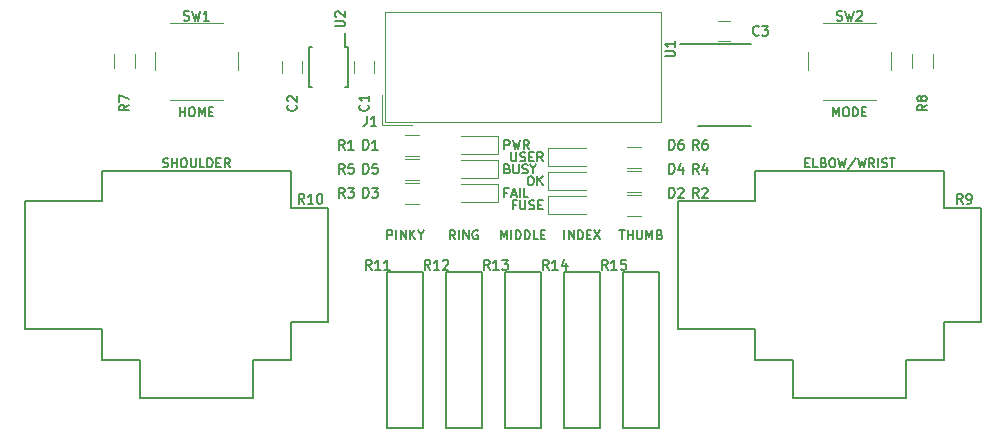
<source format=gto>
G04 #@! TF.FileFunction,Legend,Top*
%FSLAX46Y46*%
G04 Gerber Fmt 4.6, Leading zero omitted, Abs format (unit mm)*
G04 Created by KiCad (PCBNEW 4.0.7-e2-6376~61~ubuntu18.04.1) date Mon Jan  6 20:04:38 2020*
%MOMM*%
%LPD*%
G01*
G04 APERTURE LIST*
%ADD10C,0.100000*%
%ADD11C,0.190500*%
%ADD12C,0.120000*%
%ADD13C,0.150000*%
%ADD14C,0.152400*%
G04 APERTURE END LIST*
D10*
D11*
X76269143Y-9234714D02*
X76269143Y-8472714D01*
X76523143Y-9017000D01*
X76777143Y-8472714D01*
X76777143Y-9234714D01*
X77285142Y-8472714D02*
X77430285Y-8472714D01*
X77502857Y-8509000D01*
X77575428Y-8581571D01*
X77611714Y-8726714D01*
X77611714Y-8980714D01*
X77575428Y-9125857D01*
X77502857Y-9198429D01*
X77430285Y-9234714D01*
X77285142Y-9234714D01*
X77212571Y-9198429D01*
X77140000Y-9125857D01*
X77103714Y-8980714D01*
X77103714Y-8726714D01*
X77140000Y-8581571D01*
X77212571Y-8509000D01*
X77285142Y-8472714D01*
X77938286Y-9234714D02*
X77938286Y-8472714D01*
X78119714Y-8472714D01*
X78228571Y-8509000D01*
X78301143Y-8581571D01*
X78337428Y-8654143D01*
X78373714Y-8799286D01*
X78373714Y-8908143D01*
X78337428Y-9053286D01*
X78301143Y-9125857D01*
X78228571Y-9198429D01*
X78119714Y-9234714D01*
X77938286Y-9234714D01*
X78700286Y-8835571D02*
X78954286Y-8835571D01*
X79063143Y-9234714D02*
X78700286Y-9234714D01*
X78700286Y-8472714D01*
X79063143Y-8472714D01*
X20955000Y-9234714D02*
X20955000Y-8472714D01*
X20955000Y-8835571D02*
X21390428Y-8835571D01*
X21390428Y-9234714D02*
X21390428Y-8472714D01*
X21898428Y-8472714D02*
X22043571Y-8472714D01*
X22116143Y-8509000D01*
X22188714Y-8581571D01*
X22225000Y-8726714D01*
X22225000Y-8980714D01*
X22188714Y-9125857D01*
X22116143Y-9198429D01*
X22043571Y-9234714D01*
X21898428Y-9234714D01*
X21825857Y-9198429D01*
X21753286Y-9125857D01*
X21717000Y-8980714D01*
X21717000Y-8726714D01*
X21753286Y-8581571D01*
X21825857Y-8509000D01*
X21898428Y-8472714D01*
X22551572Y-9234714D02*
X22551572Y-8472714D01*
X22805572Y-9017000D01*
X23059572Y-8472714D01*
X23059572Y-9234714D01*
X23422429Y-8835571D02*
X23676429Y-8835571D01*
X23785286Y-9234714D02*
X23422429Y-9234714D01*
X23422429Y-8472714D01*
X23785286Y-8472714D01*
X19521714Y-13516429D02*
X19630571Y-13552714D01*
X19812000Y-13552714D01*
X19884571Y-13516429D01*
X19920857Y-13480143D01*
X19957142Y-13407571D01*
X19957142Y-13335000D01*
X19920857Y-13262429D01*
X19884571Y-13226143D01*
X19812000Y-13189857D01*
X19666857Y-13153571D01*
X19594285Y-13117286D01*
X19558000Y-13081000D01*
X19521714Y-13008429D01*
X19521714Y-12935857D01*
X19558000Y-12863286D01*
X19594285Y-12827000D01*
X19666857Y-12790714D01*
X19848285Y-12790714D01*
X19957142Y-12827000D01*
X20283714Y-13552714D02*
X20283714Y-12790714D01*
X20283714Y-13153571D02*
X20719142Y-13153571D01*
X20719142Y-13552714D02*
X20719142Y-12790714D01*
X21227142Y-12790714D02*
X21372285Y-12790714D01*
X21444857Y-12827000D01*
X21517428Y-12899571D01*
X21553714Y-13044714D01*
X21553714Y-13298714D01*
X21517428Y-13443857D01*
X21444857Y-13516429D01*
X21372285Y-13552714D01*
X21227142Y-13552714D01*
X21154571Y-13516429D01*
X21082000Y-13443857D01*
X21045714Y-13298714D01*
X21045714Y-13044714D01*
X21082000Y-12899571D01*
X21154571Y-12827000D01*
X21227142Y-12790714D01*
X21880286Y-12790714D02*
X21880286Y-13407571D01*
X21916571Y-13480143D01*
X21952857Y-13516429D01*
X22025428Y-13552714D01*
X22170571Y-13552714D01*
X22243143Y-13516429D01*
X22279428Y-13480143D01*
X22315714Y-13407571D01*
X22315714Y-12790714D01*
X23041429Y-13552714D02*
X22678572Y-13552714D01*
X22678572Y-12790714D01*
X23295429Y-13552714D02*
X23295429Y-12790714D01*
X23476857Y-12790714D01*
X23585714Y-12827000D01*
X23658286Y-12899571D01*
X23694571Y-12972143D01*
X23730857Y-13117286D01*
X23730857Y-13226143D01*
X23694571Y-13371286D01*
X23658286Y-13443857D01*
X23585714Y-13516429D01*
X23476857Y-13552714D01*
X23295429Y-13552714D01*
X24057429Y-13153571D02*
X24311429Y-13153571D01*
X24420286Y-13552714D02*
X24057429Y-13552714D01*
X24057429Y-12790714D01*
X24420286Y-12790714D01*
X25182286Y-13552714D02*
X24928286Y-13189857D01*
X24746858Y-13552714D02*
X24746858Y-12790714D01*
X25037143Y-12790714D01*
X25109715Y-12827000D01*
X25146000Y-12863286D01*
X25182286Y-12935857D01*
X25182286Y-13044714D01*
X25146000Y-13117286D01*
X25109715Y-13153571D01*
X25037143Y-13189857D01*
X24746858Y-13189857D01*
X73910572Y-13153571D02*
X74164572Y-13153571D01*
X74273429Y-13552714D02*
X73910572Y-13552714D01*
X73910572Y-12790714D01*
X74273429Y-12790714D01*
X74962858Y-13552714D02*
X74600001Y-13552714D01*
X74600001Y-12790714D01*
X75470858Y-13153571D02*
X75579715Y-13189857D01*
X75616000Y-13226143D01*
X75652286Y-13298714D01*
X75652286Y-13407571D01*
X75616000Y-13480143D01*
X75579715Y-13516429D01*
X75507143Y-13552714D01*
X75216858Y-13552714D01*
X75216858Y-12790714D01*
X75470858Y-12790714D01*
X75543429Y-12827000D01*
X75579715Y-12863286D01*
X75616000Y-12935857D01*
X75616000Y-13008429D01*
X75579715Y-13081000D01*
X75543429Y-13117286D01*
X75470858Y-13153571D01*
X75216858Y-13153571D01*
X76124000Y-12790714D02*
X76269143Y-12790714D01*
X76341715Y-12827000D01*
X76414286Y-12899571D01*
X76450572Y-13044714D01*
X76450572Y-13298714D01*
X76414286Y-13443857D01*
X76341715Y-13516429D01*
X76269143Y-13552714D01*
X76124000Y-13552714D01*
X76051429Y-13516429D01*
X75978858Y-13443857D01*
X75942572Y-13298714D01*
X75942572Y-13044714D01*
X75978858Y-12899571D01*
X76051429Y-12827000D01*
X76124000Y-12790714D01*
X76704572Y-12790714D02*
X76886001Y-13552714D01*
X77031144Y-13008429D01*
X77176286Y-13552714D01*
X77357715Y-12790714D01*
X78192286Y-12754429D02*
X77539143Y-13734143D01*
X78373715Y-12790714D02*
X78555144Y-13552714D01*
X78700287Y-13008429D01*
X78845429Y-13552714D01*
X79026858Y-12790714D01*
X79752572Y-13552714D02*
X79498572Y-13189857D01*
X79317144Y-13552714D02*
X79317144Y-12790714D01*
X79607429Y-12790714D01*
X79680001Y-12827000D01*
X79716286Y-12863286D01*
X79752572Y-12935857D01*
X79752572Y-13044714D01*
X79716286Y-13117286D01*
X79680001Y-13153571D01*
X79607429Y-13189857D01*
X79317144Y-13189857D01*
X80079144Y-13552714D02*
X80079144Y-12790714D01*
X80405715Y-13516429D02*
X80514572Y-13552714D01*
X80696001Y-13552714D01*
X80768572Y-13516429D01*
X80804858Y-13480143D01*
X80841143Y-13407571D01*
X80841143Y-13335000D01*
X80804858Y-13262429D01*
X80768572Y-13226143D01*
X80696001Y-13189857D01*
X80550858Y-13153571D01*
X80478286Y-13117286D01*
X80442001Y-13081000D01*
X80405715Y-13008429D01*
X80405715Y-12935857D01*
X80442001Y-12863286D01*
X80478286Y-12827000D01*
X80550858Y-12790714D01*
X80732286Y-12790714D01*
X80841143Y-12827000D01*
X81058857Y-12790714D02*
X81494286Y-12790714D01*
X81276572Y-13552714D02*
X81276572Y-12790714D01*
X58167571Y-18886714D02*
X58603000Y-18886714D01*
X58385286Y-19648714D02*
X58385286Y-18886714D01*
X58857000Y-19648714D02*
X58857000Y-18886714D01*
X58857000Y-19249571D02*
X59292428Y-19249571D01*
X59292428Y-19648714D02*
X59292428Y-18886714D01*
X59655286Y-18886714D02*
X59655286Y-19503571D01*
X59691571Y-19576143D01*
X59727857Y-19612429D01*
X59800428Y-19648714D01*
X59945571Y-19648714D01*
X60018143Y-19612429D01*
X60054428Y-19576143D01*
X60090714Y-19503571D01*
X60090714Y-18886714D01*
X60453572Y-19648714D02*
X60453572Y-18886714D01*
X60707572Y-19431000D01*
X60961572Y-18886714D01*
X60961572Y-19648714D01*
X61578429Y-19249571D02*
X61687286Y-19285857D01*
X61723571Y-19322143D01*
X61759857Y-19394714D01*
X61759857Y-19503571D01*
X61723571Y-19576143D01*
X61687286Y-19612429D01*
X61614714Y-19648714D01*
X61324429Y-19648714D01*
X61324429Y-18886714D01*
X61578429Y-18886714D01*
X61651000Y-18923000D01*
X61687286Y-18959286D01*
X61723571Y-19031857D01*
X61723571Y-19104429D01*
X61687286Y-19177000D01*
X61651000Y-19213286D01*
X61578429Y-19249571D01*
X61324429Y-19249571D01*
X53512286Y-19648714D02*
X53512286Y-18886714D01*
X53875143Y-19648714D02*
X53875143Y-18886714D01*
X54310571Y-19648714D01*
X54310571Y-18886714D01*
X54673429Y-19648714D02*
X54673429Y-18886714D01*
X54854857Y-18886714D01*
X54963714Y-18923000D01*
X55036286Y-18995571D01*
X55072571Y-19068143D01*
X55108857Y-19213286D01*
X55108857Y-19322143D01*
X55072571Y-19467286D01*
X55036286Y-19539857D01*
X54963714Y-19612429D01*
X54854857Y-19648714D01*
X54673429Y-19648714D01*
X55435429Y-19249571D02*
X55689429Y-19249571D01*
X55798286Y-19648714D02*
X55435429Y-19648714D01*
X55435429Y-18886714D01*
X55798286Y-18886714D01*
X56052286Y-18886714D02*
X56560286Y-19648714D01*
X56560286Y-18886714D02*
X56052286Y-19648714D01*
X48149429Y-19648714D02*
X48149429Y-18886714D01*
X48403429Y-19431000D01*
X48657429Y-18886714D01*
X48657429Y-19648714D01*
X49020286Y-19648714D02*
X49020286Y-18886714D01*
X49383143Y-19648714D02*
X49383143Y-18886714D01*
X49564571Y-18886714D01*
X49673428Y-18923000D01*
X49746000Y-18995571D01*
X49782285Y-19068143D01*
X49818571Y-19213286D01*
X49818571Y-19322143D01*
X49782285Y-19467286D01*
X49746000Y-19539857D01*
X49673428Y-19612429D01*
X49564571Y-19648714D01*
X49383143Y-19648714D01*
X50145143Y-19648714D02*
X50145143Y-18886714D01*
X50326571Y-18886714D01*
X50435428Y-18923000D01*
X50508000Y-18995571D01*
X50544285Y-19068143D01*
X50580571Y-19213286D01*
X50580571Y-19322143D01*
X50544285Y-19467286D01*
X50508000Y-19539857D01*
X50435428Y-19612429D01*
X50326571Y-19648714D01*
X50145143Y-19648714D01*
X51270000Y-19648714D02*
X50907143Y-19648714D01*
X50907143Y-18886714D01*
X51524000Y-19249571D02*
X51778000Y-19249571D01*
X51886857Y-19648714D02*
X51524000Y-19648714D01*
X51524000Y-18886714D01*
X51886857Y-18886714D01*
X44274286Y-19648714D02*
X44020286Y-19285857D01*
X43838858Y-19648714D02*
X43838858Y-18886714D01*
X44129143Y-18886714D01*
X44201715Y-18923000D01*
X44238000Y-18959286D01*
X44274286Y-19031857D01*
X44274286Y-19140714D01*
X44238000Y-19213286D01*
X44201715Y-19249571D01*
X44129143Y-19285857D01*
X43838858Y-19285857D01*
X44600858Y-19648714D02*
X44600858Y-18886714D01*
X44963715Y-19648714D02*
X44963715Y-18886714D01*
X45399143Y-19648714D01*
X45399143Y-18886714D01*
X46161143Y-18923000D02*
X46088572Y-18886714D01*
X45979715Y-18886714D01*
X45870858Y-18923000D01*
X45798286Y-18995571D01*
X45762001Y-19068143D01*
X45725715Y-19213286D01*
X45725715Y-19322143D01*
X45762001Y-19467286D01*
X45798286Y-19539857D01*
X45870858Y-19612429D01*
X45979715Y-19648714D01*
X46052286Y-19648714D01*
X46161143Y-19612429D01*
X46197429Y-19576143D01*
X46197429Y-19322143D01*
X46052286Y-19322143D01*
X38512286Y-19648714D02*
X38512286Y-18886714D01*
X38802571Y-18886714D01*
X38875143Y-18923000D01*
X38911428Y-18959286D01*
X38947714Y-19031857D01*
X38947714Y-19140714D01*
X38911428Y-19213286D01*
X38875143Y-19249571D01*
X38802571Y-19285857D01*
X38512286Y-19285857D01*
X39274286Y-19648714D02*
X39274286Y-18886714D01*
X39637143Y-19648714D02*
X39637143Y-18886714D01*
X40072571Y-19648714D01*
X40072571Y-18886714D01*
X40435429Y-19648714D02*
X40435429Y-18886714D01*
X40870857Y-19648714D02*
X40544286Y-19213286D01*
X40870857Y-18886714D02*
X40435429Y-19322143D01*
X41342571Y-19285857D02*
X41342571Y-19648714D01*
X41088571Y-18886714D02*
X41342571Y-19285857D01*
X41596571Y-18886714D01*
X48441429Y-12028714D02*
X48441429Y-11266714D01*
X48731714Y-11266714D01*
X48804286Y-11303000D01*
X48840571Y-11339286D01*
X48876857Y-11411857D01*
X48876857Y-11520714D01*
X48840571Y-11593286D01*
X48804286Y-11629571D01*
X48731714Y-11665857D01*
X48441429Y-11665857D01*
X49130857Y-11266714D02*
X49312286Y-12028714D01*
X49457429Y-11484429D01*
X49602571Y-12028714D01*
X49784000Y-11266714D01*
X50509714Y-12028714D02*
X50255714Y-11665857D01*
X50074286Y-12028714D02*
X50074286Y-11266714D01*
X50364571Y-11266714D01*
X50437143Y-11303000D01*
X50473428Y-11339286D01*
X50509714Y-11411857D01*
X50509714Y-11520714D01*
X50473428Y-11593286D01*
X50437143Y-11629571D01*
X50364571Y-11665857D01*
X50074286Y-11665857D01*
X49022000Y-12282714D02*
X49022000Y-12899571D01*
X49058285Y-12972143D01*
X49094571Y-13008429D01*
X49167142Y-13044714D01*
X49312285Y-13044714D01*
X49384857Y-13008429D01*
X49421142Y-12972143D01*
X49457428Y-12899571D01*
X49457428Y-12282714D01*
X49784000Y-13008429D02*
X49892857Y-13044714D01*
X50074286Y-13044714D01*
X50146857Y-13008429D01*
X50183143Y-12972143D01*
X50219428Y-12899571D01*
X50219428Y-12827000D01*
X50183143Y-12754429D01*
X50146857Y-12718143D01*
X50074286Y-12681857D01*
X49929143Y-12645571D01*
X49856571Y-12609286D01*
X49820286Y-12573000D01*
X49784000Y-12500429D01*
X49784000Y-12427857D01*
X49820286Y-12355286D01*
X49856571Y-12319000D01*
X49929143Y-12282714D01*
X50110571Y-12282714D01*
X50219428Y-12319000D01*
X50546000Y-12645571D02*
X50800000Y-12645571D01*
X50908857Y-13044714D02*
X50546000Y-13044714D01*
X50546000Y-12282714D01*
X50908857Y-12282714D01*
X51670857Y-13044714D02*
X51416857Y-12681857D01*
X51235429Y-13044714D02*
X51235429Y-12282714D01*
X51525714Y-12282714D01*
X51598286Y-12319000D01*
X51634571Y-12355286D01*
X51670857Y-12427857D01*
X51670857Y-12536714D01*
X51634571Y-12609286D01*
X51598286Y-12645571D01*
X51525714Y-12681857D01*
X51235429Y-12681857D01*
X48695429Y-13661571D02*
X48804286Y-13697857D01*
X48840571Y-13734143D01*
X48876857Y-13806714D01*
X48876857Y-13915571D01*
X48840571Y-13988143D01*
X48804286Y-14024429D01*
X48731714Y-14060714D01*
X48441429Y-14060714D01*
X48441429Y-13298714D01*
X48695429Y-13298714D01*
X48768000Y-13335000D01*
X48804286Y-13371286D01*
X48840571Y-13443857D01*
X48840571Y-13516429D01*
X48804286Y-13589000D01*
X48768000Y-13625286D01*
X48695429Y-13661571D01*
X48441429Y-13661571D01*
X49203429Y-13298714D02*
X49203429Y-13915571D01*
X49239714Y-13988143D01*
X49276000Y-14024429D01*
X49348571Y-14060714D01*
X49493714Y-14060714D01*
X49566286Y-14024429D01*
X49602571Y-13988143D01*
X49638857Y-13915571D01*
X49638857Y-13298714D01*
X49965429Y-14024429D02*
X50074286Y-14060714D01*
X50255715Y-14060714D01*
X50328286Y-14024429D01*
X50364572Y-13988143D01*
X50400857Y-13915571D01*
X50400857Y-13843000D01*
X50364572Y-13770429D01*
X50328286Y-13734143D01*
X50255715Y-13697857D01*
X50110572Y-13661571D01*
X50038000Y-13625286D01*
X50001715Y-13589000D01*
X49965429Y-13516429D01*
X49965429Y-13443857D01*
X50001715Y-13371286D01*
X50038000Y-13335000D01*
X50110572Y-13298714D01*
X50292000Y-13298714D01*
X50400857Y-13335000D01*
X50872571Y-13697857D02*
X50872571Y-14060714D01*
X50618571Y-13298714D02*
X50872571Y-13697857D01*
X51126571Y-13298714D01*
X50582285Y-14314714D02*
X50727428Y-14314714D01*
X50800000Y-14351000D01*
X50872571Y-14423571D01*
X50908857Y-14568714D01*
X50908857Y-14822714D01*
X50872571Y-14967857D01*
X50800000Y-15040429D01*
X50727428Y-15076714D01*
X50582285Y-15076714D01*
X50509714Y-15040429D01*
X50437143Y-14967857D01*
X50400857Y-14822714D01*
X50400857Y-14568714D01*
X50437143Y-14423571D01*
X50509714Y-14351000D01*
X50582285Y-14314714D01*
X51235429Y-15076714D02*
X51235429Y-14314714D01*
X51670857Y-15076714D02*
X51344286Y-14641286D01*
X51670857Y-14314714D02*
X51235429Y-14750143D01*
X48695429Y-15693571D02*
X48441429Y-15693571D01*
X48441429Y-16092714D02*
X48441429Y-15330714D01*
X48804286Y-15330714D01*
X49058286Y-15875000D02*
X49421143Y-15875000D01*
X48985714Y-16092714D02*
X49239714Y-15330714D01*
X49493714Y-16092714D01*
X49747715Y-16092714D02*
X49747715Y-15330714D01*
X50473429Y-16092714D02*
X50110572Y-16092714D01*
X50110572Y-15330714D01*
X49384857Y-16709571D02*
X49130857Y-16709571D01*
X49130857Y-17108714D02*
X49130857Y-16346714D01*
X49493714Y-16346714D01*
X49784000Y-16346714D02*
X49784000Y-16963571D01*
X49820285Y-17036143D01*
X49856571Y-17072429D01*
X49929142Y-17108714D01*
X50074285Y-17108714D01*
X50146857Y-17072429D01*
X50183142Y-17036143D01*
X50219428Y-16963571D01*
X50219428Y-16346714D01*
X50546000Y-17072429D02*
X50654857Y-17108714D01*
X50836286Y-17108714D01*
X50908857Y-17072429D01*
X50945143Y-17036143D01*
X50981428Y-16963571D01*
X50981428Y-16891000D01*
X50945143Y-16818429D01*
X50908857Y-16782143D01*
X50836286Y-16745857D01*
X50691143Y-16709571D01*
X50618571Y-16673286D01*
X50582286Y-16637000D01*
X50546000Y-16564429D01*
X50546000Y-16491857D01*
X50582286Y-16419286D01*
X50618571Y-16383000D01*
X50691143Y-16346714D01*
X50872571Y-16346714D01*
X50981428Y-16383000D01*
X51308000Y-16709571D02*
X51562000Y-16709571D01*
X51670857Y-17108714D02*
X51308000Y-17108714D01*
X51308000Y-16346714D01*
X51670857Y-16346714D01*
D12*
X35726000Y-4580000D02*
X35726000Y-5580000D01*
X37426000Y-5580000D02*
X37426000Y-4580000D01*
X38300000Y-405000D02*
X61700000Y-405000D01*
X61700000Y-405000D02*
X61700000Y-9755000D01*
X61700000Y-9755000D02*
X38300000Y-9755000D01*
X38300000Y-9755000D02*
X38300000Y-405000D01*
X38050000Y-10005000D02*
X40590000Y-10005000D01*
X38050000Y-10005000D02*
X38050000Y-7465000D01*
X79898000Y-1322000D02*
X75398000Y-1322000D01*
X81148000Y-5322000D02*
X81148000Y-3822000D01*
X75398000Y-7822000D02*
X79898000Y-7822000D01*
X74148000Y-3822000D02*
X74148000Y-5322000D01*
X20102000Y-7822000D02*
X24602000Y-7822000D01*
X18852000Y-3822000D02*
X18852000Y-5322000D01*
X24602000Y-1322000D02*
X20102000Y-1322000D01*
X25852000Y-5322000D02*
X25852000Y-3822000D01*
X29630000Y-4580000D02*
X29630000Y-5580000D01*
X31330000Y-5580000D02*
X31330000Y-4580000D01*
X67556000Y-1182000D02*
X66556000Y-1182000D01*
X66556000Y-2882000D02*
X67556000Y-2882000D01*
X44720000Y-10934000D02*
X47920000Y-10934000D01*
X47920000Y-12434000D02*
X44720000Y-12434000D01*
X47920000Y-12434000D02*
X47920000Y-10934000D01*
X55356000Y-17514000D02*
X52156000Y-17514000D01*
X52156000Y-16014000D02*
X55356000Y-16014000D01*
X52156000Y-16014000D02*
X52156000Y-17514000D01*
X44720000Y-14998000D02*
X47920000Y-14998000D01*
X47920000Y-16498000D02*
X44720000Y-16498000D01*
X47920000Y-16498000D02*
X47920000Y-14998000D01*
X55356000Y-15482000D02*
X52156000Y-15482000D01*
X52156000Y-13982000D02*
X55356000Y-13982000D01*
X52156000Y-13982000D02*
X52156000Y-15482000D01*
X44720000Y-12966000D02*
X47920000Y-12966000D01*
X47920000Y-14466000D02*
X44720000Y-14466000D01*
X47920000Y-14466000D02*
X47920000Y-12966000D01*
X55356000Y-13450000D02*
X52156000Y-13450000D01*
X52156000Y-11950000D02*
X55356000Y-11950000D01*
X52156000Y-11950000D02*
X52156000Y-13450000D01*
X40040000Y-10804000D02*
X41240000Y-10804000D01*
X41240000Y-12564000D02*
X40040000Y-12564000D01*
X60036000Y-17644000D02*
X58836000Y-17644000D01*
X58836000Y-15884000D02*
X60036000Y-15884000D01*
X40040000Y-14868000D02*
X41240000Y-14868000D01*
X41240000Y-16628000D02*
X40040000Y-16628000D01*
X60036000Y-15612000D02*
X58836000Y-15612000D01*
X58836000Y-13852000D02*
X60036000Y-13852000D01*
X40040000Y-12836000D02*
X41240000Y-12836000D01*
X41240000Y-14596000D02*
X40040000Y-14596000D01*
X60036000Y-13580000D02*
X58836000Y-13580000D01*
X58836000Y-11820000D02*
X60036000Y-11820000D01*
X17136000Y-3972000D02*
X17136000Y-5172000D01*
X15376000Y-5172000D02*
X15376000Y-3972000D01*
X82940000Y-5172000D02*
X82940000Y-3972000D01*
X84700000Y-3972000D02*
X84700000Y-5172000D01*
D13*
X64831000Y-10054000D02*
X69281000Y-10054000D01*
X63306000Y-3154000D02*
X69281000Y-3154000D01*
X35203000Y-3405000D02*
X34978000Y-3405000D01*
X35203000Y-6755000D02*
X34903000Y-6755000D01*
X31853000Y-6755000D02*
X32153000Y-6755000D01*
X31853000Y-3405000D02*
X32153000Y-3405000D01*
X35203000Y-3405000D02*
X35203000Y-6755000D01*
X31853000Y-3405000D02*
X31853000Y-6755000D01*
X34978000Y-3405000D02*
X34978000Y-2180000D01*
X58500000Y-35600000D02*
X61500000Y-35600000D01*
X58500000Y-22400000D02*
X58500000Y-35600000D01*
X61500000Y-22400000D02*
X58500000Y-22400000D01*
X61500000Y-22400000D02*
X61500000Y-35600000D01*
X53500000Y-35600000D02*
X56500000Y-35600000D01*
X53500000Y-22400000D02*
X53500000Y-35600000D01*
X56500000Y-22400000D02*
X53500000Y-22400000D01*
X56500000Y-22400000D02*
X56500000Y-35600000D01*
X48500000Y-35600000D02*
X51500000Y-35600000D01*
X48500000Y-22400000D02*
X48500000Y-35600000D01*
X51500000Y-22400000D02*
X48500000Y-22400000D01*
X51500000Y-22400000D02*
X51500000Y-35600000D01*
X43500000Y-35600000D02*
X46500000Y-35600000D01*
X43500000Y-22400000D02*
X43500000Y-35600000D01*
X46500000Y-22400000D02*
X43500000Y-22400000D01*
X46500000Y-22400000D02*
X46500000Y-35600000D01*
X38500000Y-35600000D02*
X41500000Y-35600000D01*
X38500000Y-22400000D02*
X38500000Y-35600000D01*
X41500000Y-22400000D02*
X38500000Y-22400000D01*
X41500000Y-22400000D02*
X41500000Y-35600000D01*
X14352000Y-16444000D02*
X14352000Y-13844000D01*
X7832000Y-16444000D02*
X14352000Y-16444000D01*
X7832000Y-27244000D02*
X7832000Y-16444000D01*
X14352000Y-27244000D02*
X7832000Y-27244000D01*
X14352000Y-29844000D02*
X14352000Y-27244000D01*
X17552000Y-29844000D02*
X14352000Y-29844000D01*
X17552000Y-33084000D02*
X17552000Y-29844000D01*
X27152000Y-33084000D02*
X17552000Y-33084000D01*
X27152000Y-29844000D02*
X27152000Y-33084000D01*
X30352000Y-29844000D02*
X27152000Y-29844000D01*
X30352000Y-26644000D02*
X30352000Y-29844000D01*
X33532000Y-26644000D02*
X30352000Y-26644000D01*
X33532000Y-17044000D02*
X33532000Y-26644000D01*
X30352000Y-17044000D02*
X33532000Y-17044000D01*
X30352000Y-13844000D02*
X30352000Y-17044000D01*
X14352000Y-13844000D02*
X30352000Y-13844000D01*
X69648000Y-16444000D02*
X69648000Y-13844000D01*
X63128000Y-16444000D02*
X69648000Y-16444000D01*
X63128000Y-27244000D02*
X63128000Y-16444000D01*
X69648000Y-27244000D02*
X63128000Y-27244000D01*
X69648000Y-29844000D02*
X69648000Y-27244000D01*
X72848000Y-29844000D02*
X69648000Y-29844000D01*
X72848000Y-33084000D02*
X72848000Y-29844000D01*
X82448000Y-33084000D02*
X72848000Y-33084000D01*
X82448000Y-29844000D02*
X82448000Y-33084000D01*
X85648000Y-29844000D02*
X82448000Y-29844000D01*
X85648000Y-26644000D02*
X85648000Y-29844000D01*
X88828000Y-26644000D02*
X85648000Y-26644000D01*
X88828000Y-17044000D02*
X88828000Y-26644000D01*
X85648000Y-17044000D02*
X88828000Y-17044000D01*
X85648000Y-13844000D02*
X85648000Y-17044000D01*
X69648000Y-13844000D02*
X85648000Y-13844000D01*
D14*
X36866286Y-8263466D02*
X36904990Y-8302171D01*
X36943695Y-8418285D01*
X36943695Y-8495695D01*
X36904990Y-8611809D01*
X36827581Y-8689218D01*
X36750171Y-8727923D01*
X36595352Y-8766628D01*
X36479238Y-8766628D01*
X36324419Y-8727923D01*
X36247010Y-8689218D01*
X36169600Y-8611809D01*
X36130895Y-8495695D01*
X36130895Y-8418285D01*
X36169600Y-8302171D01*
X36208305Y-8263466D01*
X36943695Y-7489371D02*
X36943695Y-7953828D01*
X36943695Y-7721599D02*
X36130895Y-7721599D01*
X36247010Y-7799009D01*
X36324419Y-7876418D01*
X36363124Y-7953828D01*
X36775067Y-9206895D02*
X36775067Y-9787467D01*
X36736363Y-9903581D01*
X36658953Y-9980990D01*
X36542839Y-10019695D01*
X36465429Y-10019695D01*
X37587867Y-10019695D02*
X37123410Y-10019695D01*
X37355639Y-10019695D02*
X37355639Y-9206895D01*
X37278229Y-9323010D01*
X37200820Y-9400419D01*
X37123410Y-9439124D01*
X76564267Y-1090990D02*
X76680381Y-1129695D01*
X76873905Y-1129695D01*
X76951315Y-1090990D01*
X76990019Y-1052286D01*
X77028724Y-974876D01*
X77028724Y-897467D01*
X76990019Y-820057D01*
X76951315Y-781352D01*
X76873905Y-742648D01*
X76719086Y-703943D01*
X76641677Y-665238D01*
X76602972Y-626533D01*
X76564267Y-549124D01*
X76564267Y-471714D01*
X76602972Y-394305D01*
X76641677Y-355600D01*
X76719086Y-316895D01*
X76912610Y-316895D01*
X77028724Y-355600D01*
X77299657Y-316895D02*
X77493181Y-1129695D01*
X77648000Y-549124D01*
X77802819Y-1129695D01*
X77996343Y-316895D01*
X78267276Y-394305D02*
X78305981Y-355600D01*
X78383390Y-316895D01*
X78576914Y-316895D01*
X78654324Y-355600D01*
X78693028Y-394305D01*
X78731733Y-471714D01*
X78731733Y-549124D01*
X78693028Y-665238D01*
X78228571Y-1129695D01*
X78731733Y-1129695D01*
X21268267Y-1090990D02*
X21384381Y-1129695D01*
X21577905Y-1129695D01*
X21655315Y-1090990D01*
X21694019Y-1052286D01*
X21732724Y-974876D01*
X21732724Y-897467D01*
X21694019Y-820057D01*
X21655315Y-781352D01*
X21577905Y-742648D01*
X21423086Y-703943D01*
X21345677Y-665238D01*
X21306972Y-626533D01*
X21268267Y-549124D01*
X21268267Y-471714D01*
X21306972Y-394305D01*
X21345677Y-355600D01*
X21423086Y-316895D01*
X21616610Y-316895D01*
X21732724Y-355600D01*
X22003657Y-316895D02*
X22197181Y-1129695D01*
X22352000Y-549124D01*
X22506819Y-1129695D01*
X22700343Y-316895D01*
X23435733Y-1129695D02*
X22971276Y-1129695D01*
X23203505Y-1129695D02*
X23203505Y-316895D01*
X23126095Y-433010D01*
X23048686Y-510419D01*
X22971276Y-549124D01*
X30770286Y-8263466D02*
X30808990Y-8302171D01*
X30847695Y-8418285D01*
X30847695Y-8495695D01*
X30808990Y-8611809D01*
X30731581Y-8689218D01*
X30654171Y-8727923D01*
X30499352Y-8766628D01*
X30383238Y-8766628D01*
X30228419Y-8727923D01*
X30151010Y-8689218D01*
X30073600Y-8611809D01*
X30034895Y-8495695D01*
X30034895Y-8418285D01*
X30073600Y-8302171D01*
X30112305Y-8263466D01*
X30112305Y-7953828D02*
X30073600Y-7915123D01*
X30034895Y-7837714D01*
X30034895Y-7644190D01*
X30073600Y-7566780D01*
X30112305Y-7528076D01*
X30189714Y-7489371D01*
X30267124Y-7489371D01*
X30383238Y-7528076D01*
X30847695Y-7992533D01*
X30847695Y-7489371D01*
X69968534Y-2322286D02*
X69929829Y-2360990D01*
X69813715Y-2399695D01*
X69736305Y-2399695D01*
X69620191Y-2360990D01*
X69542782Y-2283581D01*
X69504077Y-2206171D01*
X69465372Y-2051352D01*
X69465372Y-1935238D01*
X69504077Y-1780419D01*
X69542782Y-1703010D01*
X69620191Y-1625600D01*
X69736305Y-1586895D01*
X69813715Y-1586895D01*
X69929829Y-1625600D01*
X69968534Y-1664305D01*
X70239467Y-1586895D02*
X70742629Y-1586895D01*
X70471696Y-1896533D01*
X70587810Y-1896533D01*
X70665220Y-1935238D01*
X70703924Y-1973943D01*
X70742629Y-2051352D01*
X70742629Y-2244876D01*
X70703924Y-2322286D01*
X70665220Y-2360990D01*
X70587810Y-2399695D01*
X70355582Y-2399695D01*
X70278172Y-2360990D01*
X70239467Y-2322286D01*
X36484077Y-12051695D02*
X36484077Y-11238895D01*
X36677601Y-11238895D01*
X36793715Y-11277600D01*
X36871124Y-11355010D01*
X36909829Y-11432419D01*
X36948534Y-11587238D01*
X36948534Y-11703352D01*
X36909829Y-11858171D01*
X36871124Y-11935581D01*
X36793715Y-12012990D01*
X36677601Y-12051695D01*
X36484077Y-12051695D01*
X37722629Y-12051695D02*
X37258172Y-12051695D01*
X37490401Y-12051695D02*
X37490401Y-11238895D01*
X37412991Y-11355010D01*
X37335582Y-11432419D01*
X37258172Y-11471124D01*
X62392077Y-16115695D02*
X62392077Y-15302895D01*
X62585601Y-15302895D01*
X62701715Y-15341600D01*
X62779124Y-15419010D01*
X62817829Y-15496419D01*
X62856534Y-15651238D01*
X62856534Y-15767352D01*
X62817829Y-15922171D01*
X62779124Y-15999581D01*
X62701715Y-16076990D01*
X62585601Y-16115695D01*
X62392077Y-16115695D01*
X63166172Y-15380305D02*
X63204877Y-15341600D01*
X63282286Y-15302895D01*
X63475810Y-15302895D01*
X63553220Y-15341600D01*
X63591924Y-15380305D01*
X63630629Y-15457714D01*
X63630629Y-15535124D01*
X63591924Y-15651238D01*
X63127467Y-16115695D01*
X63630629Y-16115695D01*
X36484077Y-16115695D02*
X36484077Y-15302895D01*
X36677601Y-15302895D01*
X36793715Y-15341600D01*
X36871124Y-15419010D01*
X36909829Y-15496419D01*
X36948534Y-15651238D01*
X36948534Y-15767352D01*
X36909829Y-15922171D01*
X36871124Y-15999581D01*
X36793715Y-16076990D01*
X36677601Y-16115695D01*
X36484077Y-16115695D01*
X37219467Y-15302895D02*
X37722629Y-15302895D01*
X37451696Y-15612533D01*
X37567810Y-15612533D01*
X37645220Y-15651238D01*
X37683924Y-15689943D01*
X37722629Y-15767352D01*
X37722629Y-15960876D01*
X37683924Y-16038286D01*
X37645220Y-16076990D01*
X37567810Y-16115695D01*
X37335582Y-16115695D01*
X37258172Y-16076990D01*
X37219467Y-16038286D01*
X62392077Y-14083695D02*
X62392077Y-13270895D01*
X62585601Y-13270895D01*
X62701715Y-13309600D01*
X62779124Y-13387010D01*
X62817829Y-13464419D01*
X62856534Y-13619238D01*
X62856534Y-13735352D01*
X62817829Y-13890171D01*
X62779124Y-13967581D01*
X62701715Y-14044990D01*
X62585601Y-14083695D01*
X62392077Y-14083695D01*
X63553220Y-13541829D02*
X63553220Y-14083695D01*
X63359696Y-13232190D02*
X63166172Y-13812762D01*
X63669334Y-13812762D01*
X36484077Y-14083695D02*
X36484077Y-13270895D01*
X36677601Y-13270895D01*
X36793715Y-13309600D01*
X36871124Y-13387010D01*
X36909829Y-13464419D01*
X36948534Y-13619238D01*
X36948534Y-13735352D01*
X36909829Y-13890171D01*
X36871124Y-13967581D01*
X36793715Y-14044990D01*
X36677601Y-14083695D01*
X36484077Y-14083695D01*
X37683924Y-13270895D02*
X37296877Y-13270895D01*
X37258172Y-13657943D01*
X37296877Y-13619238D01*
X37374286Y-13580533D01*
X37567810Y-13580533D01*
X37645220Y-13619238D01*
X37683924Y-13657943D01*
X37722629Y-13735352D01*
X37722629Y-13928876D01*
X37683924Y-14006286D01*
X37645220Y-14044990D01*
X37567810Y-14083695D01*
X37374286Y-14083695D01*
X37296877Y-14044990D01*
X37258172Y-14006286D01*
X62392077Y-12051695D02*
X62392077Y-11238895D01*
X62585601Y-11238895D01*
X62701715Y-11277600D01*
X62779124Y-11355010D01*
X62817829Y-11432419D01*
X62856534Y-11587238D01*
X62856534Y-11703352D01*
X62817829Y-11858171D01*
X62779124Y-11935581D01*
X62701715Y-12012990D01*
X62585601Y-12051695D01*
X62392077Y-12051695D01*
X63553220Y-11238895D02*
X63398401Y-11238895D01*
X63320991Y-11277600D01*
X63282286Y-11316305D01*
X63204877Y-11432419D01*
X63166172Y-11587238D01*
X63166172Y-11896876D01*
X63204877Y-11974286D01*
X63243582Y-12012990D01*
X63320991Y-12051695D01*
X63475810Y-12051695D01*
X63553220Y-12012990D01*
X63591924Y-11974286D01*
X63630629Y-11896876D01*
X63630629Y-11703352D01*
X63591924Y-11625943D01*
X63553220Y-11587238D01*
X63475810Y-11548533D01*
X63320991Y-11548533D01*
X63243582Y-11587238D01*
X63204877Y-11625943D01*
X63166172Y-11703352D01*
X34916534Y-12051695D02*
X34645601Y-11664648D01*
X34452077Y-12051695D02*
X34452077Y-11238895D01*
X34761715Y-11238895D01*
X34839124Y-11277600D01*
X34877829Y-11316305D01*
X34916534Y-11393714D01*
X34916534Y-11509829D01*
X34877829Y-11587238D01*
X34839124Y-11625943D01*
X34761715Y-11664648D01*
X34452077Y-11664648D01*
X35690629Y-12051695D02*
X35226172Y-12051695D01*
X35458401Y-12051695D02*
X35458401Y-11238895D01*
X35380991Y-11355010D01*
X35303582Y-11432419D01*
X35226172Y-11471124D01*
X64888534Y-16115695D02*
X64617601Y-15728648D01*
X64424077Y-16115695D02*
X64424077Y-15302895D01*
X64733715Y-15302895D01*
X64811124Y-15341600D01*
X64849829Y-15380305D01*
X64888534Y-15457714D01*
X64888534Y-15573829D01*
X64849829Y-15651238D01*
X64811124Y-15689943D01*
X64733715Y-15728648D01*
X64424077Y-15728648D01*
X65198172Y-15380305D02*
X65236877Y-15341600D01*
X65314286Y-15302895D01*
X65507810Y-15302895D01*
X65585220Y-15341600D01*
X65623924Y-15380305D01*
X65662629Y-15457714D01*
X65662629Y-15535124D01*
X65623924Y-15651238D01*
X65159467Y-16115695D01*
X65662629Y-16115695D01*
X34916534Y-16115695D02*
X34645601Y-15728648D01*
X34452077Y-16115695D02*
X34452077Y-15302895D01*
X34761715Y-15302895D01*
X34839124Y-15341600D01*
X34877829Y-15380305D01*
X34916534Y-15457714D01*
X34916534Y-15573829D01*
X34877829Y-15651238D01*
X34839124Y-15689943D01*
X34761715Y-15728648D01*
X34452077Y-15728648D01*
X35187467Y-15302895D02*
X35690629Y-15302895D01*
X35419696Y-15612533D01*
X35535810Y-15612533D01*
X35613220Y-15651238D01*
X35651924Y-15689943D01*
X35690629Y-15767352D01*
X35690629Y-15960876D01*
X35651924Y-16038286D01*
X35613220Y-16076990D01*
X35535810Y-16115695D01*
X35303582Y-16115695D01*
X35226172Y-16076990D01*
X35187467Y-16038286D01*
X64888534Y-14083695D02*
X64617601Y-13696648D01*
X64424077Y-14083695D02*
X64424077Y-13270895D01*
X64733715Y-13270895D01*
X64811124Y-13309600D01*
X64849829Y-13348305D01*
X64888534Y-13425714D01*
X64888534Y-13541829D01*
X64849829Y-13619238D01*
X64811124Y-13657943D01*
X64733715Y-13696648D01*
X64424077Y-13696648D01*
X65585220Y-13541829D02*
X65585220Y-14083695D01*
X65391696Y-13232190D02*
X65198172Y-13812762D01*
X65701334Y-13812762D01*
X34916534Y-14083695D02*
X34645601Y-13696648D01*
X34452077Y-14083695D02*
X34452077Y-13270895D01*
X34761715Y-13270895D01*
X34839124Y-13309600D01*
X34877829Y-13348305D01*
X34916534Y-13425714D01*
X34916534Y-13541829D01*
X34877829Y-13619238D01*
X34839124Y-13657943D01*
X34761715Y-13696648D01*
X34452077Y-13696648D01*
X35651924Y-13270895D02*
X35264877Y-13270895D01*
X35226172Y-13657943D01*
X35264877Y-13619238D01*
X35342286Y-13580533D01*
X35535810Y-13580533D01*
X35613220Y-13619238D01*
X35651924Y-13657943D01*
X35690629Y-13735352D01*
X35690629Y-13928876D01*
X35651924Y-14006286D01*
X35613220Y-14044990D01*
X35535810Y-14083695D01*
X35342286Y-14083695D01*
X35264877Y-14044990D01*
X35226172Y-14006286D01*
X64888534Y-12051695D02*
X64617601Y-11664648D01*
X64424077Y-12051695D02*
X64424077Y-11238895D01*
X64733715Y-11238895D01*
X64811124Y-11277600D01*
X64849829Y-11316305D01*
X64888534Y-11393714D01*
X64888534Y-11509829D01*
X64849829Y-11587238D01*
X64811124Y-11625943D01*
X64733715Y-11664648D01*
X64424077Y-11664648D01*
X65585220Y-11238895D02*
X65430401Y-11238895D01*
X65352991Y-11277600D01*
X65314286Y-11316305D01*
X65236877Y-11432419D01*
X65198172Y-11587238D01*
X65198172Y-11896876D01*
X65236877Y-11974286D01*
X65275582Y-12012990D01*
X65352991Y-12051695D01*
X65507810Y-12051695D01*
X65585220Y-12012990D01*
X65623924Y-11974286D01*
X65662629Y-11896876D01*
X65662629Y-11703352D01*
X65623924Y-11625943D01*
X65585220Y-11587238D01*
X65507810Y-11548533D01*
X65352991Y-11548533D01*
X65275582Y-11587238D01*
X65236877Y-11625943D01*
X65198172Y-11703352D01*
X16623695Y-8263466D02*
X16236648Y-8534399D01*
X16623695Y-8727923D02*
X15810895Y-8727923D01*
X15810895Y-8418285D01*
X15849600Y-8340876D01*
X15888305Y-8302171D01*
X15965714Y-8263466D01*
X16081829Y-8263466D01*
X16159238Y-8302171D01*
X16197943Y-8340876D01*
X16236648Y-8418285D01*
X16236648Y-8727923D01*
X15810895Y-7992533D02*
X15810895Y-7450666D01*
X16623695Y-7799009D01*
X84187695Y-8263466D02*
X83800648Y-8534399D01*
X84187695Y-8727923D02*
X83374895Y-8727923D01*
X83374895Y-8418285D01*
X83413600Y-8340876D01*
X83452305Y-8302171D01*
X83529714Y-8263466D01*
X83645829Y-8263466D01*
X83723238Y-8302171D01*
X83761943Y-8340876D01*
X83800648Y-8418285D01*
X83800648Y-8727923D01*
X83723238Y-7799009D02*
X83684533Y-7876418D01*
X83645829Y-7915123D01*
X83568419Y-7953828D01*
X83529714Y-7953828D01*
X83452305Y-7915123D01*
X83413600Y-7876418D01*
X83374895Y-7799009D01*
X83374895Y-7644190D01*
X83413600Y-7566780D01*
X83452305Y-7528076D01*
X83529714Y-7489371D01*
X83568419Y-7489371D01*
X83645829Y-7528076D01*
X83684533Y-7566780D01*
X83723238Y-7644190D01*
X83723238Y-7799009D01*
X83761943Y-7876418D01*
X83800648Y-7915123D01*
X83878057Y-7953828D01*
X84032876Y-7953828D01*
X84110286Y-7915123D01*
X84148990Y-7876418D01*
X84187695Y-7799009D01*
X84187695Y-7644190D01*
X84148990Y-7566780D01*
X84110286Y-7528076D01*
X84032876Y-7489371D01*
X83878057Y-7489371D01*
X83800648Y-7528076D01*
X83761943Y-7566780D01*
X83723238Y-7644190D01*
X62038895Y-4175276D02*
X62696876Y-4175276D01*
X62774286Y-4136571D01*
X62812990Y-4097867D01*
X62851695Y-4020457D01*
X62851695Y-3865638D01*
X62812990Y-3788229D01*
X62774286Y-3749524D01*
X62696876Y-3710819D01*
X62038895Y-3710819D01*
X62851695Y-2898019D02*
X62851695Y-3362476D01*
X62851695Y-3130247D02*
X62038895Y-3130247D01*
X62155010Y-3207657D01*
X62232419Y-3285066D01*
X62271124Y-3362476D01*
X34098895Y-1635276D02*
X34756876Y-1635276D01*
X34834286Y-1596571D01*
X34872990Y-1557867D01*
X34911695Y-1480457D01*
X34911695Y-1325638D01*
X34872990Y-1248229D01*
X34834286Y-1209524D01*
X34756876Y-1170819D01*
X34098895Y-1170819D01*
X34176305Y-822476D02*
X34137600Y-783771D01*
X34098895Y-706362D01*
X34098895Y-512838D01*
X34137600Y-435428D01*
X34176305Y-396724D01*
X34253714Y-358019D01*
X34331124Y-358019D01*
X34447238Y-396724D01*
X34911695Y-861181D01*
X34911695Y-358019D01*
X57191486Y-22211695D02*
X56920553Y-21824648D01*
X56727029Y-22211695D02*
X56727029Y-21398895D01*
X57036667Y-21398895D01*
X57114076Y-21437600D01*
X57152781Y-21476305D01*
X57191486Y-21553714D01*
X57191486Y-21669829D01*
X57152781Y-21747238D01*
X57114076Y-21785943D01*
X57036667Y-21824648D01*
X56727029Y-21824648D01*
X57965581Y-22211695D02*
X57501124Y-22211695D01*
X57733353Y-22211695D02*
X57733353Y-21398895D01*
X57655943Y-21515010D01*
X57578534Y-21592419D01*
X57501124Y-21631124D01*
X58700971Y-21398895D02*
X58313924Y-21398895D01*
X58275219Y-21785943D01*
X58313924Y-21747238D01*
X58391333Y-21708533D01*
X58584857Y-21708533D01*
X58662267Y-21747238D01*
X58700971Y-21785943D01*
X58739676Y-21863352D01*
X58739676Y-22056876D01*
X58700971Y-22134286D01*
X58662267Y-22172990D01*
X58584857Y-22211695D01*
X58391333Y-22211695D01*
X58313924Y-22172990D01*
X58275219Y-22134286D01*
X52191486Y-22211695D02*
X51920553Y-21824648D01*
X51727029Y-22211695D02*
X51727029Y-21398895D01*
X52036667Y-21398895D01*
X52114076Y-21437600D01*
X52152781Y-21476305D01*
X52191486Y-21553714D01*
X52191486Y-21669829D01*
X52152781Y-21747238D01*
X52114076Y-21785943D01*
X52036667Y-21824648D01*
X51727029Y-21824648D01*
X52965581Y-22211695D02*
X52501124Y-22211695D01*
X52733353Y-22211695D02*
X52733353Y-21398895D01*
X52655943Y-21515010D01*
X52578534Y-21592419D01*
X52501124Y-21631124D01*
X53662267Y-21669829D02*
X53662267Y-22211695D01*
X53468743Y-21360190D02*
X53275219Y-21940762D01*
X53778381Y-21940762D01*
X47191486Y-22211695D02*
X46920553Y-21824648D01*
X46727029Y-22211695D02*
X46727029Y-21398895D01*
X47036667Y-21398895D01*
X47114076Y-21437600D01*
X47152781Y-21476305D01*
X47191486Y-21553714D01*
X47191486Y-21669829D01*
X47152781Y-21747238D01*
X47114076Y-21785943D01*
X47036667Y-21824648D01*
X46727029Y-21824648D01*
X47965581Y-22211695D02*
X47501124Y-22211695D01*
X47733353Y-22211695D02*
X47733353Y-21398895D01*
X47655943Y-21515010D01*
X47578534Y-21592419D01*
X47501124Y-21631124D01*
X48236514Y-21398895D02*
X48739676Y-21398895D01*
X48468743Y-21708533D01*
X48584857Y-21708533D01*
X48662267Y-21747238D01*
X48700971Y-21785943D01*
X48739676Y-21863352D01*
X48739676Y-22056876D01*
X48700971Y-22134286D01*
X48662267Y-22172990D01*
X48584857Y-22211695D01*
X48352629Y-22211695D01*
X48275219Y-22172990D01*
X48236514Y-22134286D01*
X42149486Y-22211695D02*
X41878553Y-21824648D01*
X41685029Y-22211695D02*
X41685029Y-21398895D01*
X41994667Y-21398895D01*
X42072076Y-21437600D01*
X42110781Y-21476305D01*
X42149486Y-21553714D01*
X42149486Y-21669829D01*
X42110781Y-21747238D01*
X42072076Y-21785943D01*
X41994667Y-21824648D01*
X41685029Y-21824648D01*
X42923581Y-22211695D02*
X42459124Y-22211695D01*
X42691353Y-22211695D02*
X42691353Y-21398895D01*
X42613943Y-21515010D01*
X42536534Y-21592419D01*
X42459124Y-21631124D01*
X43233219Y-21476305D02*
X43271924Y-21437600D01*
X43349333Y-21398895D01*
X43542857Y-21398895D01*
X43620267Y-21437600D01*
X43658971Y-21476305D01*
X43697676Y-21553714D01*
X43697676Y-21631124D01*
X43658971Y-21747238D01*
X43194514Y-22211695D01*
X43697676Y-22211695D01*
X37191486Y-22211695D02*
X36920553Y-21824648D01*
X36727029Y-22211695D02*
X36727029Y-21398895D01*
X37036667Y-21398895D01*
X37114076Y-21437600D01*
X37152781Y-21476305D01*
X37191486Y-21553714D01*
X37191486Y-21669829D01*
X37152781Y-21747238D01*
X37114076Y-21785943D01*
X37036667Y-21824648D01*
X36727029Y-21824648D01*
X37965581Y-22211695D02*
X37501124Y-22211695D01*
X37733353Y-22211695D02*
X37733353Y-21398895D01*
X37655943Y-21515010D01*
X37578534Y-21592419D01*
X37501124Y-21631124D01*
X38739676Y-22211695D02*
X38275219Y-22211695D01*
X38507448Y-22211695D02*
X38507448Y-21398895D01*
X38430038Y-21515010D01*
X38352629Y-21592419D01*
X38275219Y-21631124D01*
X31481486Y-16623695D02*
X31210553Y-16236648D01*
X31017029Y-16623695D02*
X31017029Y-15810895D01*
X31326667Y-15810895D01*
X31404076Y-15849600D01*
X31442781Y-15888305D01*
X31481486Y-15965714D01*
X31481486Y-16081829D01*
X31442781Y-16159238D01*
X31404076Y-16197943D01*
X31326667Y-16236648D01*
X31017029Y-16236648D01*
X32255581Y-16623695D02*
X31791124Y-16623695D01*
X32023353Y-16623695D02*
X32023353Y-15810895D01*
X31945943Y-15927010D01*
X31868534Y-16004419D01*
X31791124Y-16043124D01*
X32758743Y-15810895D02*
X32836152Y-15810895D01*
X32913562Y-15849600D01*
X32952267Y-15888305D01*
X32990971Y-15965714D01*
X33029676Y-16120533D01*
X33029676Y-16314057D01*
X32990971Y-16468876D01*
X32952267Y-16546286D01*
X32913562Y-16584990D01*
X32836152Y-16623695D01*
X32758743Y-16623695D01*
X32681333Y-16584990D01*
X32642629Y-16546286D01*
X32603924Y-16468876D01*
X32565219Y-16314057D01*
X32565219Y-16120533D01*
X32603924Y-15965714D01*
X32642629Y-15888305D01*
X32681333Y-15849600D01*
X32758743Y-15810895D01*
X87240534Y-16623695D02*
X86969601Y-16236648D01*
X86776077Y-16623695D02*
X86776077Y-15810895D01*
X87085715Y-15810895D01*
X87163124Y-15849600D01*
X87201829Y-15888305D01*
X87240534Y-15965714D01*
X87240534Y-16081829D01*
X87201829Y-16159238D01*
X87163124Y-16197943D01*
X87085715Y-16236648D01*
X86776077Y-16236648D01*
X87627582Y-16623695D02*
X87782401Y-16623695D01*
X87859810Y-16584990D01*
X87898515Y-16546286D01*
X87975924Y-16430171D01*
X88014629Y-16275352D01*
X88014629Y-15965714D01*
X87975924Y-15888305D01*
X87937220Y-15849600D01*
X87859810Y-15810895D01*
X87704991Y-15810895D01*
X87627582Y-15849600D01*
X87588877Y-15888305D01*
X87550172Y-15965714D01*
X87550172Y-16159238D01*
X87588877Y-16236648D01*
X87627582Y-16275352D01*
X87704991Y-16314057D01*
X87859810Y-16314057D01*
X87937220Y-16275352D01*
X87975924Y-16236648D01*
X88014629Y-16159238D01*
M02*

</source>
